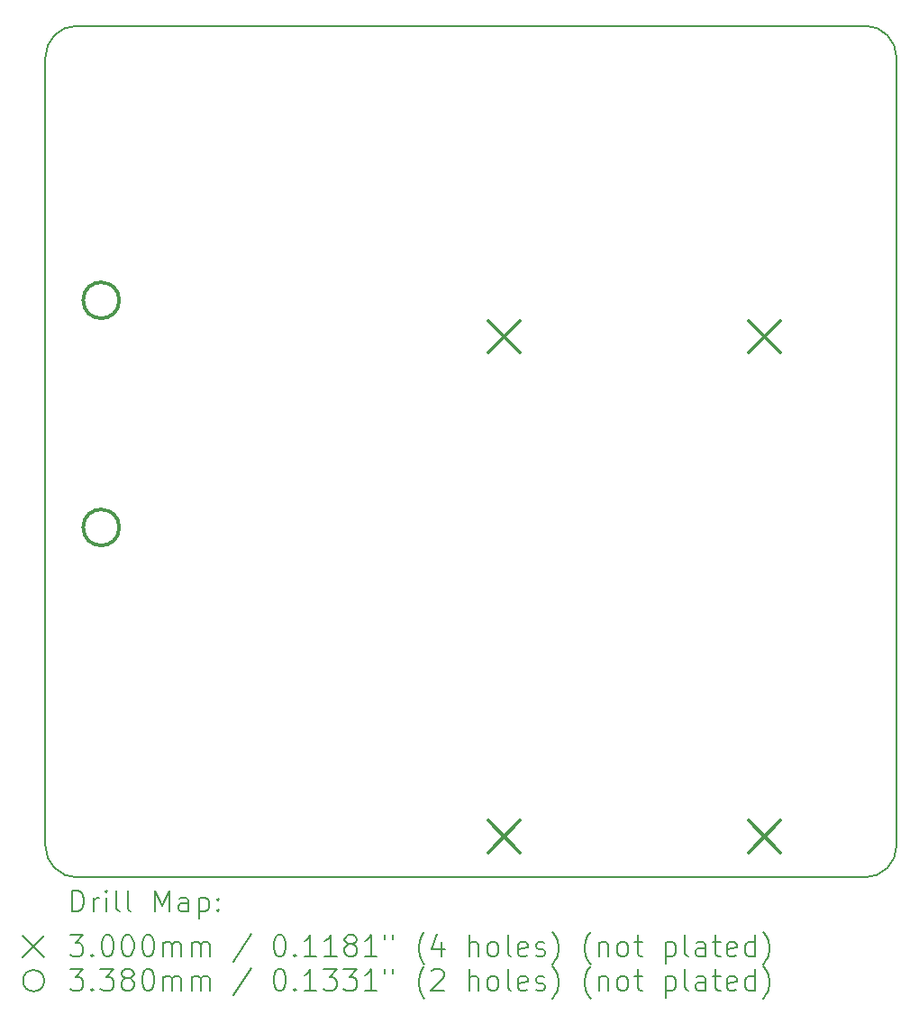
<source format=gbr>
%TF.GenerationSoftware,KiCad,Pcbnew,7.0.7*%
%TF.CreationDate,2023-11-15T18:09:00+01:00*%
%TF.ProjectId,ESP32_Weather_Servizio_Meteo_Sovramontino_v0.2,45535033-325f-4576-9561-746865725f53,rev?*%
%TF.SameCoordinates,Original*%
%TF.FileFunction,Drillmap*%
%TF.FilePolarity,Positive*%
%FSLAX45Y45*%
G04 Gerber Fmt 4.5, Leading zero omitted, Abs format (unit mm)*
G04 Created by KiCad (PCBNEW 7.0.7) date 2023-11-15 18:09:00*
%MOMM*%
%LPD*%
G01*
G04 APERTURE LIST*
%ADD10C,0.200000*%
%ADD11C,0.300000*%
%ADD12C,0.338000*%
G04 APERTURE END LIST*
D10*
X12777200Y-2383300D02*
X12777200Y-9783300D01*
X20477200Y-10083300D02*
G75*
G03*
X20777200Y-9783300I0J300000D01*
G01*
X20477200Y-2083300D02*
X13077200Y-2083300D01*
X20777200Y-9783300D02*
X20777200Y-2383300D01*
X12777200Y-9783300D02*
G75*
G03*
X13077200Y-10083300I300000J0D01*
G01*
X20777200Y-2383300D02*
G75*
G03*
X20477200Y-2083300I-300000J0D01*
G01*
X13077200Y-2083300D02*
G75*
G03*
X12777200Y-2383300I0J-300000D01*
G01*
X13077200Y-10083300D02*
X20477200Y-10083300D01*
D11*
X16936600Y-4855300D02*
X17236600Y-5155300D01*
X17236600Y-4855300D02*
X16936600Y-5155300D01*
X16936600Y-9550300D02*
X17236600Y-9850300D01*
X17236600Y-9550300D02*
X16936600Y-9850300D01*
X19387600Y-4855300D02*
X19687600Y-5155300D01*
X19687600Y-4855300D02*
X19387600Y-5155300D01*
X19387600Y-9550300D02*
X19687600Y-9850300D01*
X19687600Y-9550300D02*
X19387600Y-9850300D01*
D12*
X13470980Y-4662170D02*
G75*
G03*
X13470980Y-4662170I-169000J0D01*
G01*
X13470980Y-6795770D02*
G75*
G03*
X13470980Y-6795770I-169000J0D01*
G01*
D10*
X13027977Y-10404784D02*
X13027977Y-10204784D01*
X13027977Y-10204784D02*
X13075596Y-10204784D01*
X13075596Y-10204784D02*
X13104167Y-10214308D01*
X13104167Y-10214308D02*
X13123215Y-10233355D01*
X13123215Y-10233355D02*
X13132739Y-10252403D01*
X13132739Y-10252403D02*
X13142262Y-10290498D01*
X13142262Y-10290498D02*
X13142262Y-10319070D01*
X13142262Y-10319070D02*
X13132739Y-10357165D01*
X13132739Y-10357165D02*
X13123215Y-10376212D01*
X13123215Y-10376212D02*
X13104167Y-10395260D01*
X13104167Y-10395260D02*
X13075596Y-10404784D01*
X13075596Y-10404784D02*
X13027977Y-10404784D01*
X13227977Y-10404784D02*
X13227977Y-10271450D01*
X13227977Y-10309546D02*
X13237501Y-10290498D01*
X13237501Y-10290498D02*
X13247024Y-10280974D01*
X13247024Y-10280974D02*
X13266072Y-10271450D01*
X13266072Y-10271450D02*
X13285120Y-10271450D01*
X13351786Y-10404784D02*
X13351786Y-10271450D01*
X13351786Y-10204784D02*
X13342262Y-10214308D01*
X13342262Y-10214308D02*
X13351786Y-10223831D01*
X13351786Y-10223831D02*
X13361310Y-10214308D01*
X13361310Y-10214308D02*
X13351786Y-10204784D01*
X13351786Y-10204784D02*
X13351786Y-10223831D01*
X13475596Y-10404784D02*
X13456548Y-10395260D01*
X13456548Y-10395260D02*
X13447024Y-10376212D01*
X13447024Y-10376212D02*
X13447024Y-10204784D01*
X13580358Y-10404784D02*
X13561310Y-10395260D01*
X13561310Y-10395260D02*
X13551786Y-10376212D01*
X13551786Y-10376212D02*
X13551786Y-10204784D01*
X13808929Y-10404784D02*
X13808929Y-10204784D01*
X13808929Y-10204784D02*
X13875596Y-10347641D01*
X13875596Y-10347641D02*
X13942262Y-10204784D01*
X13942262Y-10204784D02*
X13942262Y-10404784D01*
X14123215Y-10404784D02*
X14123215Y-10300022D01*
X14123215Y-10300022D02*
X14113691Y-10280974D01*
X14113691Y-10280974D02*
X14094643Y-10271450D01*
X14094643Y-10271450D02*
X14056548Y-10271450D01*
X14056548Y-10271450D02*
X14037501Y-10280974D01*
X14123215Y-10395260D02*
X14104167Y-10404784D01*
X14104167Y-10404784D02*
X14056548Y-10404784D01*
X14056548Y-10404784D02*
X14037501Y-10395260D01*
X14037501Y-10395260D02*
X14027977Y-10376212D01*
X14027977Y-10376212D02*
X14027977Y-10357165D01*
X14027977Y-10357165D02*
X14037501Y-10338117D01*
X14037501Y-10338117D02*
X14056548Y-10328593D01*
X14056548Y-10328593D02*
X14104167Y-10328593D01*
X14104167Y-10328593D02*
X14123215Y-10319070D01*
X14218453Y-10271450D02*
X14218453Y-10471450D01*
X14218453Y-10280974D02*
X14237501Y-10271450D01*
X14237501Y-10271450D02*
X14275596Y-10271450D01*
X14275596Y-10271450D02*
X14294643Y-10280974D01*
X14294643Y-10280974D02*
X14304167Y-10290498D01*
X14304167Y-10290498D02*
X14313691Y-10309546D01*
X14313691Y-10309546D02*
X14313691Y-10366689D01*
X14313691Y-10366689D02*
X14304167Y-10385736D01*
X14304167Y-10385736D02*
X14294643Y-10395260D01*
X14294643Y-10395260D02*
X14275596Y-10404784D01*
X14275596Y-10404784D02*
X14237501Y-10404784D01*
X14237501Y-10404784D02*
X14218453Y-10395260D01*
X14399405Y-10385736D02*
X14408929Y-10395260D01*
X14408929Y-10395260D02*
X14399405Y-10404784D01*
X14399405Y-10404784D02*
X14389882Y-10395260D01*
X14389882Y-10395260D02*
X14399405Y-10385736D01*
X14399405Y-10385736D02*
X14399405Y-10404784D01*
X14399405Y-10280974D02*
X14408929Y-10290498D01*
X14408929Y-10290498D02*
X14399405Y-10300022D01*
X14399405Y-10300022D02*
X14389882Y-10290498D01*
X14389882Y-10290498D02*
X14399405Y-10280974D01*
X14399405Y-10280974D02*
X14399405Y-10300022D01*
X12567200Y-10633300D02*
X12767200Y-10833300D01*
X12767200Y-10633300D02*
X12567200Y-10833300D01*
X13008929Y-10624784D02*
X13132739Y-10624784D01*
X13132739Y-10624784D02*
X13066072Y-10700974D01*
X13066072Y-10700974D02*
X13094643Y-10700974D01*
X13094643Y-10700974D02*
X13113691Y-10710498D01*
X13113691Y-10710498D02*
X13123215Y-10720022D01*
X13123215Y-10720022D02*
X13132739Y-10739070D01*
X13132739Y-10739070D02*
X13132739Y-10786689D01*
X13132739Y-10786689D02*
X13123215Y-10805736D01*
X13123215Y-10805736D02*
X13113691Y-10815260D01*
X13113691Y-10815260D02*
X13094643Y-10824784D01*
X13094643Y-10824784D02*
X13037501Y-10824784D01*
X13037501Y-10824784D02*
X13018453Y-10815260D01*
X13018453Y-10815260D02*
X13008929Y-10805736D01*
X13218453Y-10805736D02*
X13227977Y-10815260D01*
X13227977Y-10815260D02*
X13218453Y-10824784D01*
X13218453Y-10824784D02*
X13208929Y-10815260D01*
X13208929Y-10815260D02*
X13218453Y-10805736D01*
X13218453Y-10805736D02*
X13218453Y-10824784D01*
X13351786Y-10624784D02*
X13370834Y-10624784D01*
X13370834Y-10624784D02*
X13389882Y-10634308D01*
X13389882Y-10634308D02*
X13399405Y-10643831D01*
X13399405Y-10643831D02*
X13408929Y-10662879D01*
X13408929Y-10662879D02*
X13418453Y-10700974D01*
X13418453Y-10700974D02*
X13418453Y-10748593D01*
X13418453Y-10748593D02*
X13408929Y-10786689D01*
X13408929Y-10786689D02*
X13399405Y-10805736D01*
X13399405Y-10805736D02*
X13389882Y-10815260D01*
X13389882Y-10815260D02*
X13370834Y-10824784D01*
X13370834Y-10824784D02*
X13351786Y-10824784D01*
X13351786Y-10824784D02*
X13332739Y-10815260D01*
X13332739Y-10815260D02*
X13323215Y-10805736D01*
X13323215Y-10805736D02*
X13313691Y-10786689D01*
X13313691Y-10786689D02*
X13304167Y-10748593D01*
X13304167Y-10748593D02*
X13304167Y-10700974D01*
X13304167Y-10700974D02*
X13313691Y-10662879D01*
X13313691Y-10662879D02*
X13323215Y-10643831D01*
X13323215Y-10643831D02*
X13332739Y-10634308D01*
X13332739Y-10634308D02*
X13351786Y-10624784D01*
X13542262Y-10624784D02*
X13561310Y-10624784D01*
X13561310Y-10624784D02*
X13580358Y-10634308D01*
X13580358Y-10634308D02*
X13589882Y-10643831D01*
X13589882Y-10643831D02*
X13599405Y-10662879D01*
X13599405Y-10662879D02*
X13608929Y-10700974D01*
X13608929Y-10700974D02*
X13608929Y-10748593D01*
X13608929Y-10748593D02*
X13599405Y-10786689D01*
X13599405Y-10786689D02*
X13589882Y-10805736D01*
X13589882Y-10805736D02*
X13580358Y-10815260D01*
X13580358Y-10815260D02*
X13561310Y-10824784D01*
X13561310Y-10824784D02*
X13542262Y-10824784D01*
X13542262Y-10824784D02*
X13523215Y-10815260D01*
X13523215Y-10815260D02*
X13513691Y-10805736D01*
X13513691Y-10805736D02*
X13504167Y-10786689D01*
X13504167Y-10786689D02*
X13494643Y-10748593D01*
X13494643Y-10748593D02*
X13494643Y-10700974D01*
X13494643Y-10700974D02*
X13504167Y-10662879D01*
X13504167Y-10662879D02*
X13513691Y-10643831D01*
X13513691Y-10643831D02*
X13523215Y-10634308D01*
X13523215Y-10634308D02*
X13542262Y-10624784D01*
X13732739Y-10624784D02*
X13751786Y-10624784D01*
X13751786Y-10624784D02*
X13770834Y-10634308D01*
X13770834Y-10634308D02*
X13780358Y-10643831D01*
X13780358Y-10643831D02*
X13789882Y-10662879D01*
X13789882Y-10662879D02*
X13799405Y-10700974D01*
X13799405Y-10700974D02*
X13799405Y-10748593D01*
X13799405Y-10748593D02*
X13789882Y-10786689D01*
X13789882Y-10786689D02*
X13780358Y-10805736D01*
X13780358Y-10805736D02*
X13770834Y-10815260D01*
X13770834Y-10815260D02*
X13751786Y-10824784D01*
X13751786Y-10824784D02*
X13732739Y-10824784D01*
X13732739Y-10824784D02*
X13713691Y-10815260D01*
X13713691Y-10815260D02*
X13704167Y-10805736D01*
X13704167Y-10805736D02*
X13694643Y-10786689D01*
X13694643Y-10786689D02*
X13685120Y-10748593D01*
X13685120Y-10748593D02*
X13685120Y-10700974D01*
X13685120Y-10700974D02*
X13694643Y-10662879D01*
X13694643Y-10662879D02*
X13704167Y-10643831D01*
X13704167Y-10643831D02*
X13713691Y-10634308D01*
X13713691Y-10634308D02*
X13732739Y-10624784D01*
X13885120Y-10824784D02*
X13885120Y-10691450D01*
X13885120Y-10710498D02*
X13894643Y-10700974D01*
X13894643Y-10700974D02*
X13913691Y-10691450D01*
X13913691Y-10691450D02*
X13942263Y-10691450D01*
X13942263Y-10691450D02*
X13961310Y-10700974D01*
X13961310Y-10700974D02*
X13970834Y-10720022D01*
X13970834Y-10720022D02*
X13970834Y-10824784D01*
X13970834Y-10720022D02*
X13980358Y-10700974D01*
X13980358Y-10700974D02*
X13999405Y-10691450D01*
X13999405Y-10691450D02*
X14027977Y-10691450D01*
X14027977Y-10691450D02*
X14047024Y-10700974D01*
X14047024Y-10700974D02*
X14056548Y-10720022D01*
X14056548Y-10720022D02*
X14056548Y-10824784D01*
X14151786Y-10824784D02*
X14151786Y-10691450D01*
X14151786Y-10710498D02*
X14161310Y-10700974D01*
X14161310Y-10700974D02*
X14180358Y-10691450D01*
X14180358Y-10691450D02*
X14208929Y-10691450D01*
X14208929Y-10691450D02*
X14227977Y-10700974D01*
X14227977Y-10700974D02*
X14237501Y-10720022D01*
X14237501Y-10720022D02*
X14237501Y-10824784D01*
X14237501Y-10720022D02*
X14247024Y-10700974D01*
X14247024Y-10700974D02*
X14266072Y-10691450D01*
X14266072Y-10691450D02*
X14294643Y-10691450D01*
X14294643Y-10691450D02*
X14313691Y-10700974D01*
X14313691Y-10700974D02*
X14323215Y-10720022D01*
X14323215Y-10720022D02*
X14323215Y-10824784D01*
X14713691Y-10615260D02*
X14542263Y-10872403D01*
X14970834Y-10624784D02*
X14989882Y-10624784D01*
X14989882Y-10624784D02*
X15008929Y-10634308D01*
X15008929Y-10634308D02*
X15018453Y-10643831D01*
X15018453Y-10643831D02*
X15027977Y-10662879D01*
X15027977Y-10662879D02*
X15037501Y-10700974D01*
X15037501Y-10700974D02*
X15037501Y-10748593D01*
X15037501Y-10748593D02*
X15027977Y-10786689D01*
X15027977Y-10786689D02*
X15018453Y-10805736D01*
X15018453Y-10805736D02*
X15008929Y-10815260D01*
X15008929Y-10815260D02*
X14989882Y-10824784D01*
X14989882Y-10824784D02*
X14970834Y-10824784D01*
X14970834Y-10824784D02*
X14951786Y-10815260D01*
X14951786Y-10815260D02*
X14942263Y-10805736D01*
X14942263Y-10805736D02*
X14932739Y-10786689D01*
X14932739Y-10786689D02*
X14923215Y-10748593D01*
X14923215Y-10748593D02*
X14923215Y-10700974D01*
X14923215Y-10700974D02*
X14932739Y-10662879D01*
X14932739Y-10662879D02*
X14942263Y-10643831D01*
X14942263Y-10643831D02*
X14951786Y-10634308D01*
X14951786Y-10634308D02*
X14970834Y-10624784D01*
X15123215Y-10805736D02*
X15132739Y-10815260D01*
X15132739Y-10815260D02*
X15123215Y-10824784D01*
X15123215Y-10824784D02*
X15113691Y-10815260D01*
X15113691Y-10815260D02*
X15123215Y-10805736D01*
X15123215Y-10805736D02*
X15123215Y-10824784D01*
X15323215Y-10824784D02*
X15208929Y-10824784D01*
X15266072Y-10824784D02*
X15266072Y-10624784D01*
X15266072Y-10624784D02*
X15247025Y-10653355D01*
X15247025Y-10653355D02*
X15227977Y-10672403D01*
X15227977Y-10672403D02*
X15208929Y-10681927D01*
X15513691Y-10824784D02*
X15399406Y-10824784D01*
X15456548Y-10824784D02*
X15456548Y-10624784D01*
X15456548Y-10624784D02*
X15437501Y-10653355D01*
X15437501Y-10653355D02*
X15418453Y-10672403D01*
X15418453Y-10672403D02*
X15399406Y-10681927D01*
X15627977Y-10710498D02*
X15608929Y-10700974D01*
X15608929Y-10700974D02*
X15599406Y-10691450D01*
X15599406Y-10691450D02*
X15589882Y-10672403D01*
X15589882Y-10672403D02*
X15589882Y-10662879D01*
X15589882Y-10662879D02*
X15599406Y-10643831D01*
X15599406Y-10643831D02*
X15608929Y-10634308D01*
X15608929Y-10634308D02*
X15627977Y-10624784D01*
X15627977Y-10624784D02*
X15666072Y-10624784D01*
X15666072Y-10624784D02*
X15685120Y-10634308D01*
X15685120Y-10634308D02*
X15694644Y-10643831D01*
X15694644Y-10643831D02*
X15704167Y-10662879D01*
X15704167Y-10662879D02*
X15704167Y-10672403D01*
X15704167Y-10672403D02*
X15694644Y-10691450D01*
X15694644Y-10691450D02*
X15685120Y-10700974D01*
X15685120Y-10700974D02*
X15666072Y-10710498D01*
X15666072Y-10710498D02*
X15627977Y-10710498D01*
X15627977Y-10710498D02*
X15608929Y-10720022D01*
X15608929Y-10720022D02*
X15599406Y-10729546D01*
X15599406Y-10729546D02*
X15589882Y-10748593D01*
X15589882Y-10748593D02*
X15589882Y-10786689D01*
X15589882Y-10786689D02*
X15599406Y-10805736D01*
X15599406Y-10805736D02*
X15608929Y-10815260D01*
X15608929Y-10815260D02*
X15627977Y-10824784D01*
X15627977Y-10824784D02*
X15666072Y-10824784D01*
X15666072Y-10824784D02*
X15685120Y-10815260D01*
X15685120Y-10815260D02*
X15694644Y-10805736D01*
X15694644Y-10805736D02*
X15704167Y-10786689D01*
X15704167Y-10786689D02*
X15704167Y-10748593D01*
X15704167Y-10748593D02*
X15694644Y-10729546D01*
X15694644Y-10729546D02*
X15685120Y-10720022D01*
X15685120Y-10720022D02*
X15666072Y-10710498D01*
X15894644Y-10824784D02*
X15780358Y-10824784D01*
X15837501Y-10824784D02*
X15837501Y-10624784D01*
X15837501Y-10624784D02*
X15818453Y-10653355D01*
X15818453Y-10653355D02*
X15799406Y-10672403D01*
X15799406Y-10672403D02*
X15780358Y-10681927D01*
X15970834Y-10624784D02*
X15970834Y-10662879D01*
X16047025Y-10624784D02*
X16047025Y-10662879D01*
X16342263Y-10900974D02*
X16332739Y-10891450D01*
X16332739Y-10891450D02*
X16313691Y-10862879D01*
X16313691Y-10862879D02*
X16304168Y-10843831D01*
X16304168Y-10843831D02*
X16294644Y-10815260D01*
X16294644Y-10815260D02*
X16285120Y-10767641D01*
X16285120Y-10767641D02*
X16285120Y-10729546D01*
X16285120Y-10729546D02*
X16294644Y-10681927D01*
X16294644Y-10681927D02*
X16304168Y-10653355D01*
X16304168Y-10653355D02*
X16313691Y-10634308D01*
X16313691Y-10634308D02*
X16332739Y-10605736D01*
X16332739Y-10605736D02*
X16342263Y-10596212D01*
X16504168Y-10691450D02*
X16504168Y-10824784D01*
X16456548Y-10615260D02*
X16408929Y-10758117D01*
X16408929Y-10758117D02*
X16532739Y-10758117D01*
X16761310Y-10824784D02*
X16761310Y-10624784D01*
X16847025Y-10824784D02*
X16847025Y-10720022D01*
X16847025Y-10720022D02*
X16837501Y-10700974D01*
X16837501Y-10700974D02*
X16818453Y-10691450D01*
X16818453Y-10691450D02*
X16789882Y-10691450D01*
X16789882Y-10691450D02*
X16770834Y-10700974D01*
X16770834Y-10700974D02*
X16761310Y-10710498D01*
X16970834Y-10824784D02*
X16951787Y-10815260D01*
X16951787Y-10815260D02*
X16942263Y-10805736D01*
X16942263Y-10805736D02*
X16932739Y-10786689D01*
X16932739Y-10786689D02*
X16932739Y-10729546D01*
X16932739Y-10729546D02*
X16942263Y-10710498D01*
X16942263Y-10710498D02*
X16951787Y-10700974D01*
X16951787Y-10700974D02*
X16970834Y-10691450D01*
X16970834Y-10691450D02*
X16999406Y-10691450D01*
X16999406Y-10691450D02*
X17018453Y-10700974D01*
X17018453Y-10700974D02*
X17027977Y-10710498D01*
X17027977Y-10710498D02*
X17037501Y-10729546D01*
X17037501Y-10729546D02*
X17037501Y-10786689D01*
X17037501Y-10786689D02*
X17027977Y-10805736D01*
X17027977Y-10805736D02*
X17018453Y-10815260D01*
X17018453Y-10815260D02*
X16999406Y-10824784D01*
X16999406Y-10824784D02*
X16970834Y-10824784D01*
X17151787Y-10824784D02*
X17132739Y-10815260D01*
X17132739Y-10815260D02*
X17123215Y-10796212D01*
X17123215Y-10796212D02*
X17123215Y-10624784D01*
X17304168Y-10815260D02*
X17285120Y-10824784D01*
X17285120Y-10824784D02*
X17247025Y-10824784D01*
X17247025Y-10824784D02*
X17227977Y-10815260D01*
X17227977Y-10815260D02*
X17218453Y-10796212D01*
X17218453Y-10796212D02*
X17218453Y-10720022D01*
X17218453Y-10720022D02*
X17227977Y-10700974D01*
X17227977Y-10700974D02*
X17247025Y-10691450D01*
X17247025Y-10691450D02*
X17285120Y-10691450D01*
X17285120Y-10691450D02*
X17304168Y-10700974D01*
X17304168Y-10700974D02*
X17313692Y-10720022D01*
X17313692Y-10720022D02*
X17313692Y-10739070D01*
X17313692Y-10739070D02*
X17218453Y-10758117D01*
X17389882Y-10815260D02*
X17408930Y-10824784D01*
X17408930Y-10824784D02*
X17447025Y-10824784D01*
X17447025Y-10824784D02*
X17466073Y-10815260D01*
X17466073Y-10815260D02*
X17475596Y-10796212D01*
X17475596Y-10796212D02*
X17475596Y-10786689D01*
X17475596Y-10786689D02*
X17466073Y-10767641D01*
X17466073Y-10767641D02*
X17447025Y-10758117D01*
X17447025Y-10758117D02*
X17418453Y-10758117D01*
X17418453Y-10758117D02*
X17399406Y-10748593D01*
X17399406Y-10748593D02*
X17389882Y-10729546D01*
X17389882Y-10729546D02*
X17389882Y-10720022D01*
X17389882Y-10720022D02*
X17399406Y-10700974D01*
X17399406Y-10700974D02*
X17418453Y-10691450D01*
X17418453Y-10691450D02*
X17447025Y-10691450D01*
X17447025Y-10691450D02*
X17466073Y-10700974D01*
X17542263Y-10900974D02*
X17551787Y-10891450D01*
X17551787Y-10891450D02*
X17570834Y-10862879D01*
X17570834Y-10862879D02*
X17580358Y-10843831D01*
X17580358Y-10843831D02*
X17589882Y-10815260D01*
X17589882Y-10815260D02*
X17599406Y-10767641D01*
X17599406Y-10767641D02*
X17599406Y-10729546D01*
X17599406Y-10729546D02*
X17589882Y-10681927D01*
X17589882Y-10681927D02*
X17580358Y-10653355D01*
X17580358Y-10653355D02*
X17570834Y-10634308D01*
X17570834Y-10634308D02*
X17551787Y-10605736D01*
X17551787Y-10605736D02*
X17542263Y-10596212D01*
X17904168Y-10900974D02*
X17894644Y-10891450D01*
X17894644Y-10891450D02*
X17875596Y-10862879D01*
X17875596Y-10862879D02*
X17866073Y-10843831D01*
X17866073Y-10843831D02*
X17856549Y-10815260D01*
X17856549Y-10815260D02*
X17847025Y-10767641D01*
X17847025Y-10767641D02*
X17847025Y-10729546D01*
X17847025Y-10729546D02*
X17856549Y-10681927D01*
X17856549Y-10681927D02*
X17866073Y-10653355D01*
X17866073Y-10653355D02*
X17875596Y-10634308D01*
X17875596Y-10634308D02*
X17894644Y-10605736D01*
X17894644Y-10605736D02*
X17904168Y-10596212D01*
X17980358Y-10691450D02*
X17980358Y-10824784D01*
X17980358Y-10710498D02*
X17989882Y-10700974D01*
X17989882Y-10700974D02*
X18008930Y-10691450D01*
X18008930Y-10691450D02*
X18037501Y-10691450D01*
X18037501Y-10691450D02*
X18056549Y-10700974D01*
X18056549Y-10700974D02*
X18066073Y-10720022D01*
X18066073Y-10720022D02*
X18066073Y-10824784D01*
X18189882Y-10824784D02*
X18170834Y-10815260D01*
X18170834Y-10815260D02*
X18161311Y-10805736D01*
X18161311Y-10805736D02*
X18151787Y-10786689D01*
X18151787Y-10786689D02*
X18151787Y-10729546D01*
X18151787Y-10729546D02*
X18161311Y-10710498D01*
X18161311Y-10710498D02*
X18170834Y-10700974D01*
X18170834Y-10700974D02*
X18189882Y-10691450D01*
X18189882Y-10691450D02*
X18218454Y-10691450D01*
X18218454Y-10691450D02*
X18237501Y-10700974D01*
X18237501Y-10700974D02*
X18247025Y-10710498D01*
X18247025Y-10710498D02*
X18256549Y-10729546D01*
X18256549Y-10729546D02*
X18256549Y-10786689D01*
X18256549Y-10786689D02*
X18247025Y-10805736D01*
X18247025Y-10805736D02*
X18237501Y-10815260D01*
X18237501Y-10815260D02*
X18218454Y-10824784D01*
X18218454Y-10824784D02*
X18189882Y-10824784D01*
X18313692Y-10691450D02*
X18389882Y-10691450D01*
X18342263Y-10624784D02*
X18342263Y-10796212D01*
X18342263Y-10796212D02*
X18351787Y-10815260D01*
X18351787Y-10815260D02*
X18370834Y-10824784D01*
X18370834Y-10824784D02*
X18389882Y-10824784D01*
X18608930Y-10691450D02*
X18608930Y-10891450D01*
X18608930Y-10700974D02*
X18627977Y-10691450D01*
X18627977Y-10691450D02*
X18666073Y-10691450D01*
X18666073Y-10691450D02*
X18685120Y-10700974D01*
X18685120Y-10700974D02*
X18694644Y-10710498D01*
X18694644Y-10710498D02*
X18704168Y-10729546D01*
X18704168Y-10729546D02*
X18704168Y-10786689D01*
X18704168Y-10786689D02*
X18694644Y-10805736D01*
X18694644Y-10805736D02*
X18685120Y-10815260D01*
X18685120Y-10815260D02*
X18666073Y-10824784D01*
X18666073Y-10824784D02*
X18627977Y-10824784D01*
X18627977Y-10824784D02*
X18608930Y-10815260D01*
X18818454Y-10824784D02*
X18799406Y-10815260D01*
X18799406Y-10815260D02*
X18789882Y-10796212D01*
X18789882Y-10796212D02*
X18789882Y-10624784D01*
X18980358Y-10824784D02*
X18980358Y-10720022D01*
X18980358Y-10720022D02*
X18970835Y-10700974D01*
X18970835Y-10700974D02*
X18951787Y-10691450D01*
X18951787Y-10691450D02*
X18913692Y-10691450D01*
X18913692Y-10691450D02*
X18894644Y-10700974D01*
X18980358Y-10815260D02*
X18961311Y-10824784D01*
X18961311Y-10824784D02*
X18913692Y-10824784D01*
X18913692Y-10824784D02*
X18894644Y-10815260D01*
X18894644Y-10815260D02*
X18885120Y-10796212D01*
X18885120Y-10796212D02*
X18885120Y-10777165D01*
X18885120Y-10777165D02*
X18894644Y-10758117D01*
X18894644Y-10758117D02*
X18913692Y-10748593D01*
X18913692Y-10748593D02*
X18961311Y-10748593D01*
X18961311Y-10748593D02*
X18980358Y-10739070D01*
X19047025Y-10691450D02*
X19123215Y-10691450D01*
X19075596Y-10624784D02*
X19075596Y-10796212D01*
X19075596Y-10796212D02*
X19085120Y-10815260D01*
X19085120Y-10815260D02*
X19104168Y-10824784D01*
X19104168Y-10824784D02*
X19123215Y-10824784D01*
X19266073Y-10815260D02*
X19247025Y-10824784D01*
X19247025Y-10824784D02*
X19208930Y-10824784D01*
X19208930Y-10824784D02*
X19189882Y-10815260D01*
X19189882Y-10815260D02*
X19180358Y-10796212D01*
X19180358Y-10796212D02*
X19180358Y-10720022D01*
X19180358Y-10720022D02*
X19189882Y-10700974D01*
X19189882Y-10700974D02*
X19208930Y-10691450D01*
X19208930Y-10691450D02*
X19247025Y-10691450D01*
X19247025Y-10691450D02*
X19266073Y-10700974D01*
X19266073Y-10700974D02*
X19275596Y-10720022D01*
X19275596Y-10720022D02*
X19275596Y-10739070D01*
X19275596Y-10739070D02*
X19180358Y-10758117D01*
X19447025Y-10824784D02*
X19447025Y-10624784D01*
X19447025Y-10815260D02*
X19427977Y-10824784D01*
X19427977Y-10824784D02*
X19389882Y-10824784D01*
X19389882Y-10824784D02*
X19370835Y-10815260D01*
X19370835Y-10815260D02*
X19361311Y-10805736D01*
X19361311Y-10805736D02*
X19351787Y-10786689D01*
X19351787Y-10786689D02*
X19351787Y-10729546D01*
X19351787Y-10729546D02*
X19361311Y-10710498D01*
X19361311Y-10710498D02*
X19370835Y-10700974D01*
X19370835Y-10700974D02*
X19389882Y-10691450D01*
X19389882Y-10691450D02*
X19427977Y-10691450D01*
X19427977Y-10691450D02*
X19447025Y-10700974D01*
X19523216Y-10900974D02*
X19532739Y-10891450D01*
X19532739Y-10891450D02*
X19551787Y-10862879D01*
X19551787Y-10862879D02*
X19561311Y-10843831D01*
X19561311Y-10843831D02*
X19570835Y-10815260D01*
X19570835Y-10815260D02*
X19580358Y-10767641D01*
X19580358Y-10767641D02*
X19580358Y-10729546D01*
X19580358Y-10729546D02*
X19570835Y-10681927D01*
X19570835Y-10681927D02*
X19561311Y-10653355D01*
X19561311Y-10653355D02*
X19551787Y-10634308D01*
X19551787Y-10634308D02*
X19532739Y-10605736D01*
X19532739Y-10605736D02*
X19523216Y-10596212D01*
X12767200Y-11053300D02*
G75*
G03*
X12767200Y-11053300I-100000J0D01*
G01*
X13008929Y-10944784D02*
X13132739Y-10944784D01*
X13132739Y-10944784D02*
X13066072Y-11020974D01*
X13066072Y-11020974D02*
X13094643Y-11020974D01*
X13094643Y-11020974D02*
X13113691Y-11030498D01*
X13113691Y-11030498D02*
X13123215Y-11040022D01*
X13123215Y-11040022D02*
X13132739Y-11059070D01*
X13132739Y-11059070D02*
X13132739Y-11106689D01*
X13132739Y-11106689D02*
X13123215Y-11125736D01*
X13123215Y-11125736D02*
X13113691Y-11135260D01*
X13113691Y-11135260D02*
X13094643Y-11144784D01*
X13094643Y-11144784D02*
X13037501Y-11144784D01*
X13037501Y-11144784D02*
X13018453Y-11135260D01*
X13018453Y-11135260D02*
X13008929Y-11125736D01*
X13218453Y-11125736D02*
X13227977Y-11135260D01*
X13227977Y-11135260D02*
X13218453Y-11144784D01*
X13218453Y-11144784D02*
X13208929Y-11135260D01*
X13208929Y-11135260D02*
X13218453Y-11125736D01*
X13218453Y-11125736D02*
X13218453Y-11144784D01*
X13294643Y-10944784D02*
X13418453Y-10944784D01*
X13418453Y-10944784D02*
X13351786Y-11020974D01*
X13351786Y-11020974D02*
X13380358Y-11020974D01*
X13380358Y-11020974D02*
X13399405Y-11030498D01*
X13399405Y-11030498D02*
X13408929Y-11040022D01*
X13408929Y-11040022D02*
X13418453Y-11059070D01*
X13418453Y-11059070D02*
X13418453Y-11106689D01*
X13418453Y-11106689D02*
X13408929Y-11125736D01*
X13408929Y-11125736D02*
X13399405Y-11135260D01*
X13399405Y-11135260D02*
X13380358Y-11144784D01*
X13380358Y-11144784D02*
X13323215Y-11144784D01*
X13323215Y-11144784D02*
X13304167Y-11135260D01*
X13304167Y-11135260D02*
X13294643Y-11125736D01*
X13532739Y-11030498D02*
X13513691Y-11020974D01*
X13513691Y-11020974D02*
X13504167Y-11011450D01*
X13504167Y-11011450D02*
X13494643Y-10992403D01*
X13494643Y-10992403D02*
X13494643Y-10982879D01*
X13494643Y-10982879D02*
X13504167Y-10963831D01*
X13504167Y-10963831D02*
X13513691Y-10954308D01*
X13513691Y-10954308D02*
X13532739Y-10944784D01*
X13532739Y-10944784D02*
X13570834Y-10944784D01*
X13570834Y-10944784D02*
X13589882Y-10954308D01*
X13589882Y-10954308D02*
X13599405Y-10963831D01*
X13599405Y-10963831D02*
X13608929Y-10982879D01*
X13608929Y-10982879D02*
X13608929Y-10992403D01*
X13608929Y-10992403D02*
X13599405Y-11011450D01*
X13599405Y-11011450D02*
X13589882Y-11020974D01*
X13589882Y-11020974D02*
X13570834Y-11030498D01*
X13570834Y-11030498D02*
X13532739Y-11030498D01*
X13532739Y-11030498D02*
X13513691Y-11040022D01*
X13513691Y-11040022D02*
X13504167Y-11049546D01*
X13504167Y-11049546D02*
X13494643Y-11068593D01*
X13494643Y-11068593D02*
X13494643Y-11106689D01*
X13494643Y-11106689D02*
X13504167Y-11125736D01*
X13504167Y-11125736D02*
X13513691Y-11135260D01*
X13513691Y-11135260D02*
X13532739Y-11144784D01*
X13532739Y-11144784D02*
X13570834Y-11144784D01*
X13570834Y-11144784D02*
X13589882Y-11135260D01*
X13589882Y-11135260D02*
X13599405Y-11125736D01*
X13599405Y-11125736D02*
X13608929Y-11106689D01*
X13608929Y-11106689D02*
X13608929Y-11068593D01*
X13608929Y-11068593D02*
X13599405Y-11049546D01*
X13599405Y-11049546D02*
X13589882Y-11040022D01*
X13589882Y-11040022D02*
X13570834Y-11030498D01*
X13732739Y-10944784D02*
X13751786Y-10944784D01*
X13751786Y-10944784D02*
X13770834Y-10954308D01*
X13770834Y-10954308D02*
X13780358Y-10963831D01*
X13780358Y-10963831D02*
X13789882Y-10982879D01*
X13789882Y-10982879D02*
X13799405Y-11020974D01*
X13799405Y-11020974D02*
X13799405Y-11068593D01*
X13799405Y-11068593D02*
X13789882Y-11106689D01*
X13789882Y-11106689D02*
X13780358Y-11125736D01*
X13780358Y-11125736D02*
X13770834Y-11135260D01*
X13770834Y-11135260D02*
X13751786Y-11144784D01*
X13751786Y-11144784D02*
X13732739Y-11144784D01*
X13732739Y-11144784D02*
X13713691Y-11135260D01*
X13713691Y-11135260D02*
X13704167Y-11125736D01*
X13704167Y-11125736D02*
X13694643Y-11106689D01*
X13694643Y-11106689D02*
X13685120Y-11068593D01*
X13685120Y-11068593D02*
X13685120Y-11020974D01*
X13685120Y-11020974D02*
X13694643Y-10982879D01*
X13694643Y-10982879D02*
X13704167Y-10963831D01*
X13704167Y-10963831D02*
X13713691Y-10954308D01*
X13713691Y-10954308D02*
X13732739Y-10944784D01*
X13885120Y-11144784D02*
X13885120Y-11011450D01*
X13885120Y-11030498D02*
X13894643Y-11020974D01*
X13894643Y-11020974D02*
X13913691Y-11011450D01*
X13913691Y-11011450D02*
X13942263Y-11011450D01*
X13942263Y-11011450D02*
X13961310Y-11020974D01*
X13961310Y-11020974D02*
X13970834Y-11040022D01*
X13970834Y-11040022D02*
X13970834Y-11144784D01*
X13970834Y-11040022D02*
X13980358Y-11020974D01*
X13980358Y-11020974D02*
X13999405Y-11011450D01*
X13999405Y-11011450D02*
X14027977Y-11011450D01*
X14027977Y-11011450D02*
X14047024Y-11020974D01*
X14047024Y-11020974D02*
X14056548Y-11040022D01*
X14056548Y-11040022D02*
X14056548Y-11144784D01*
X14151786Y-11144784D02*
X14151786Y-11011450D01*
X14151786Y-11030498D02*
X14161310Y-11020974D01*
X14161310Y-11020974D02*
X14180358Y-11011450D01*
X14180358Y-11011450D02*
X14208929Y-11011450D01*
X14208929Y-11011450D02*
X14227977Y-11020974D01*
X14227977Y-11020974D02*
X14237501Y-11040022D01*
X14237501Y-11040022D02*
X14237501Y-11144784D01*
X14237501Y-11040022D02*
X14247024Y-11020974D01*
X14247024Y-11020974D02*
X14266072Y-11011450D01*
X14266072Y-11011450D02*
X14294643Y-11011450D01*
X14294643Y-11011450D02*
X14313691Y-11020974D01*
X14313691Y-11020974D02*
X14323215Y-11040022D01*
X14323215Y-11040022D02*
X14323215Y-11144784D01*
X14713691Y-10935260D02*
X14542263Y-11192403D01*
X14970834Y-10944784D02*
X14989882Y-10944784D01*
X14989882Y-10944784D02*
X15008929Y-10954308D01*
X15008929Y-10954308D02*
X15018453Y-10963831D01*
X15018453Y-10963831D02*
X15027977Y-10982879D01*
X15027977Y-10982879D02*
X15037501Y-11020974D01*
X15037501Y-11020974D02*
X15037501Y-11068593D01*
X15037501Y-11068593D02*
X15027977Y-11106689D01*
X15027977Y-11106689D02*
X15018453Y-11125736D01*
X15018453Y-11125736D02*
X15008929Y-11135260D01*
X15008929Y-11135260D02*
X14989882Y-11144784D01*
X14989882Y-11144784D02*
X14970834Y-11144784D01*
X14970834Y-11144784D02*
X14951786Y-11135260D01*
X14951786Y-11135260D02*
X14942263Y-11125736D01*
X14942263Y-11125736D02*
X14932739Y-11106689D01*
X14932739Y-11106689D02*
X14923215Y-11068593D01*
X14923215Y-11068593D02*
X14923215Y-11020974D01*
X14923215Y-11020974D02*
X14932739Y-10982879D01*
X14932739Y-10982879D02*
X14942263Y-10963831D01*
X14942263Y-10963831D02*
X14951786Y-10954308D01*
X14951786Y-10954308D02*
X14970834Y-10944784D01*
X15123215Y-11125736D02*
X15132739Y-11135260D01*
X15132739Y-11135260D02*
X15123215Y-11144784D01*
X15123215Y-11144784D02*
X15113691Y-11135260D01*
X15113691Y-11135260D02*
X15123215Y-11125736D01*
X15123215Y-11125736D02*
X15123215Y-11144784D01*
X15323215Y-11144784D02*
X15208929Y-11144784D01*
X15266072Y-11144784D02*
X15266072Y-10944784D01*
X15266072Y-10944784D02*
X15247025Y-10973355D01*
X15247025Y-10973355D02*
X15227977Y-10992403D01*
X15227977Y-10992403D02*
X15208929Y-11001927D01*
X15389882Y-10944784D02*
X15513691Y-10944784D01*
X15513691Y-10944784D02*
X15447025Y-11020974D01*
X15447025Y-11020974D02*
X15475596Y-11020974D01*
X15475596Y-11020974D02*
X15494644Y-11030498D01*
X15494644Y-11030498D02*
X15504167Y-11040022D01*
X15504167Y-11040022D02*
X15513691Y-11059070D01*
X15513691Y-11059070D02*
X15513691Y-11106689D01*
X15513691Y-11106689D02*
X15504167Y-11125736D01*
X15504167Y-11125736D02*
X15494644Y-11135260D01*
X15494644Y-11135260D02*
X15475596Y-11144784D01*
X15475596Y-11144784D02*
X15418453Y-11144784D01*
X15418453Y-11144784D02*
X15399406Y-11135260D01*
X15399406Y-11135260D02*
X15389882Y-11125736D01*
X15580358Y-10944784D02*
X15704167Y-10944784D01*
X15704167Y-10944784D02*
X15637501Y-11020974D01*
X15637501Y-11020974D02*
X15666072Y-11020974D01*
X15666072Y-11020974D02*
X15685120Y-11030498D01*
X15685120Y-11030498D02*
X15694644Y-11040022D01*
X15694644Y-11040022D02*
X15704167Y-11059070D01*
X15704167Y-11059070D02*
X15704167Y-11106689D01*
X15704167Y-11106689D02*
X15694644Y-11125736D01*
X15694644Y-11125736D02*
X15685120Y-11135260D01*
X15685120Y-11135260D02*
X15666072Y-11144784D01*
X15666072Y-11144784D02*
X15608929Y-11144784D01*
X15608929Y-11144784D02*
X15589882Y-11135260D01*
X15589882Y-11135260D02*
X15580358Y-11125736D01*
X15894644Y-11144784D02*
X15780358Y-11144784D01*
X15837501Y-11144784D02*
X15837501Y-10944784D01*
X15837501Y-10944784D02*
X15818453Y-10973355D01*
X15818453Y-10973355D02*
X15799406Y-10992403D01*
X15799406Y-10992403D02*
X15780358Y-11001927D01*
X15970834Y-10944784D02*
X15970834Y-10982879D01*
X16047025Y-10944784D02*
X16047025Y-10982879D01*
X16342263Y-11220974D02*
X16332739Y-11211450D01*
X16332739Y-11211450D02*
X16313691Y-11182879D01*
X16313691Y-11182879D02*
X16304168Y-11163831D01*
X16304168Y-11163831D02*
X16294644Y-11135260D01*
X16294644Y-11135260D02*
X16285120Y-11087641D01*
X16285120Y-11087641D02*
X16285120Y-11049546D01*
X16285120Y-11049546D02*
X16294644Y-11001927D01*
X16294644Y-11001927D02*
X16304168Y-10973355D01*
X16304168Y-10973355D02*
X16313691Y-10954308D01*
X16313691Y-10954308D02*
X16332739Y-10925736D01*
X16332739Y-10925736D02*
X16342263Y-10916212D01*
X16408929Y-10963831D02*
X16418453Y-10954308D01*
X16418453Y-10954308D02*
X16437501Y-10944784D01*
X16437501Y-10944784D02*
X16485120Y-10944784D01*
X16485120Y-10944784D02*
X16504168Y-10954308D01*
X16504168Y-10954308D02*
X16513691Y-10963831D01*
X16513691Y-10963831D02*
X16523215Y-10982879D01*
X16523215Y-10982879D02*
X16523215Y-11001927D01*
X16523215Y-11001927D02*
X16513691Y-11030498D01*
X16513691Y-11030498D02*
X16399406Y-11144784D01*
X16399406Y-11144784D02*
X16523215Y-11144784D01*
X16761310Y-11144784D02*
X16761310Y-10944784D01*
X16847025Y-11144784D02*
X16847025Y-11040022D01*
X16847025Y-11040022D02*
X16837501Y-11020974D01*
X16837501Y-11020974D02*
X16818453Y-11011450D01*
X16818453Y-11011450D02*
X16789882Y-11011450D01*
X16789882Y-11011450D02*
X16770834Y-11020974D01*
X16770834Y-11020974D02*
X16761310Y-11030498D01*
X16970834Y-11144784D02*
X16951787Y-11135260D01*
X16951787Y-11135260D02*
X16942263Y-11125736D01*
X16942263Y-11125736D02*
X16932739Y-11106689D01*
X16932739Y-11106689D02*
X16932739Y-11049546D01*
X16932739Y-11049546D02*
X16942263Y-11030498D01*
X16942263Y-11030498D02*
X16951787Y-11020974D01*
X16951787Y-11020974D02*
X16970834Y-11011450D01*
X16970834Y-11011450D02*
X16999406Y-11011450D01*
X16999406Y-11011450D02*
X17018453Y-11020974D01*
X17018453Y-11020974D02*
X17027977Y-11030498D01*
X17027977Y-11030498D02*
X17037501Y-11049546D01*
X17037501Y-11049546D02*
X17037501Y-11106689D01*
X17037501Y-11106689D02*
X17027977Y-11125736D01*
X17027977Y-11125736D02*
X17018453Y-11135260D01*
X17018453Y-11135260D02*
X16999406Y-11144784D01*
X16999406Y-11144784D02*
X16970834Y-11144784D01*
X17151787Y-11144784D02*
X17132739Y-11135260D01*
X17132739Y-11135260D02*
X17123215Y-11116212D01*
X17123215Y-11116212D02*
X17123215Y-10944784D01*
X17304168Y-11135260D02*
X17285120Y-11144784D01*
X17285120Y-11144784D02*
X17247025Y-11144784D01*
X17247025Y-11144784D02*
X17227977Y-11135260D01*
X17227977Y-11135260D02*
X17218453Y-11116212D01*
X17218453Y-11116212D02*
X17218453Y-11040022D01*
X17218453Y-11040022D02*
X17227977Y-11020974D01*
X17227977Y-11020974D02*
X17247025Y-11011450D01*
X17247025Y-11011450D02*
X17285120Y-11011450D01*
X17285120Y-11011450D02*
X17304168Y-11020974D01*
X17304168Y-11020974D02*
X17313692Y-11040022D01*
X17313692Y-11040022D02*
X17313692Y-11059070D01*
X17313692Y-11059070D02*
X17218453Y-11078117D01*
X17389882Y-11135260D02*
X17408930Y-11144784D01*
X17408930Y-11144784D02*
X17447025Y-11144784D01*
X17447025Y-11144784D02*
X17466073Y-11135260D01*
X17466073Y-11135260D02*
X17475596Y-11116212D01*
X17475596Y-11116212D02*
X17475596Y-11106689D01*
X17475596Y-11106689D02*
X17466073Y-11087641D01*
X17466073Y-11087641D02*
X17447025Y-11078117D01*
X17447025Y-11078117D02*
X17418453Y-11078117D01*
X17418453Y-11078117D02*
X17399406Y-11068593D01*
X17399406Y-11068593D02*
X17389882Y-11049546D01*
X17389882Y-11049546D02*
X17389882Y-11040022D01*
X17389882Y-11040022D02*
X17399406Y-11020974D01*
X17399406Y-11020974D02*
X17418453Y-11011450D01*
X17418453Y-11011450D02*
X17447025Y-11011450D01*
X17447025Y-11011450D02*
X17466073Y-11020974D01*
X17542263Y-11220974D02*
X17551787Y-11211450D01*
X17551787Y-11211450D02*
X17570834Y-11182879D01*
X17570834Y-11182879D02*
X17580358Y-11163831D01*
X17580358Y-11163831D02*
X17589882Y-11135260D01*
X17589882Y-11135260D02*
X17599406Y-11087641D01*
X17599406Y-11087641D02*
X17599406Y-11049546D01*
X17599406Y-11049546D02*
X17589882Y-11001927D01*
X17589882Y-11001927D02*
X17580358Y-10973355D01*
X17580358Y-10973355D02*
X17570834Y-10954308D01*
X17570834Y-10954308D02*
X17551787Y-10925736D01*
X17551787Y-10925736D02*
X17542263Y-10916212D01*
X17904168Y-11220974D02*
X17894644Y-11211450D01*
X17894644Y-11211450D02*
X17875596Y-11182879D01*
X17875596Y-11182879D02*
X17866073Y-11163831D01*
X17866073Y-11163831D02*
X17856549Y-11135260D01*
X17856549Y-11135260D02*
X17847025Y-11087641D01*
X17847025Y-11087641D02*
X17847025Y-11049546D01*
X17847025Y-11049546D02*
X17856549Y-11001927D01*
X17856549Y-11001927D02*
X17866073Y-10973355D01*
X17866073Y-10973355D02*
X17875596Y-10954308D01*
X17875596Y-10954308D02*
X17894644Y-10925736D01*
X17894644Y-10925736D02*
X17904168Y-10916212D01*
X17980358Y-11011450D02*
X17980358Y-11144784D01*
X17980358Y-11030498D02*
X17989882Y-11020974D01*
X17989882Y-11020974D02*
X18008930Y-11011450D01*
X18008930Y-11011450D02*
X18037501Y-11011450D01*
X18037501Y-11011450D02*
X18056549Y-11020974D01*
X18056549Y-11020974D02*
X18066073Y-11040022D01*
X18066073Y-11040022D02*
X18066073Y-11144784D01*
X18189882Y-11144784D02*
X18170834Y-11135260D01*
X18170834Y-11135260D02*
X18161311Y-11125736D01*
X18161311Y-11125736D02*
X18151787Y-11106689D01*
X18151787Y-11106689D02*
X18151787Y-11049546D01*
X18151787Y-11049546D02*
X18161311Y-11030498D01*
X18161311Y-11030498D02*
X18170834Y-11020974D01*
X18170834Y-11020974D02*
X18189882Y-11011450D01*
X18189882Y-11011450D02*
X18218454Y-11011450D01*
X18218454Y-11011450D02*
X18237501Y-11020974D01*
X18237501Y-11020974D02*
X18247025Y-11030498D01*
X18247025Y-11030498D02*
X18256549Y-11049546D01*
X18256549Y-11049546D02*
X18256549Y-11106689D01*
X18256549Y-11106689D02*
X18247025Y-11125736D01*
X18247025Y-11125736D02*
X18237501Y-11135260D01*
X18237501Y-11135260D02*
X18218454Y-11144784D01*
X18218454Y-11144784D02*
X18189882Y-11144784D01*
X18313692Y-11011450D02*
X18389882Y-11011450D01*
X18342263Y-10944784D02*
X18342263Y-11116212D01*
X18342263Y-11116212D02*
X18351787Y-11135260D01*
X18351787Y-11135260D02*
X18370834Y-11144784D01*
X18370834Y-11144784D02*
X18389882Y-11144784D01*
X18608930Y-11011450D02*
X18608930Y-11211450D01*
X18608930Y-11020974D02*
X18627977Y-11011450D01*
X18627977Y-11011450D02*
X18666073Y-11011450D01*
X18666073Y-11011450D02*
X18685120Y-11020974D01*
X18685120Y-11020974D02*
X18694644Y-11030498D01*
X18694644Y-11030498D02*
X18704168Y-11049546D01*
X18704168Y-11049546D02*
X18704168Y-11106689D01*
X18704168Y-11106689D02*
X18694644Y-11125736D01*
X18694644Y-11125736D02*
X18685120Y-11135260D01*
X18685120Y-11135260D02*
X18666073Y-11144784D01*
X18666073Y-11144784D02*
X18627977Y-11144784D01*
X18627977Y-11144784D02*
X18608930Y-11135260D01*
X18818454Y-11144784D02*
X18799406Y-11135260D01*
X18799406Y-11135260D02*
X18789882Y-11116212D01*
X18789882Y-11116212D02*
X18789882Y-10944784D01*
X18980358Y-11144784D02*
X18980358Y-11040022D01*
X18980358Y-11040022D02*
X18970835Y-11020974D01*
X18970835Y-11020974D02*
X18951787Y-11011450D01*
X18951787Y-11011450D02*
X18913692Y-11011450D01*
X18913692Y-11011450D02*
X18894644Y-11020974D01*
X18980358Y-11135260D02*
X18961311Y-11144784D01*
X18961311Y-11144784D02*
X18913692Y-11144784D01*
X18913692Y-11144784D02*
X18894644Y-11135260D01*
X18894644Y-11135260D02*
X18885120Y-11116212D01*
X18885120Y-11116212D02*
X18885120Y-11097165D01*
X18885120Y-11097165D02*
X18894644Y-11078117D01*
X18894644Y-11078117D02*
X18913692Y-11068593D01*
X18913692Y-11068593D02*
X18961311Y-11068593D01*
X18961311Y-11068593D02*
X18980358Y-11059070D01*
X19047025Y-11011450D02*
X19123215Y-11011450D01*
X19075596Y-10944784D02*
X19075596Y-11116212D01*
X19075596Y-11116212D02*
X19085120Y-11135260D01*
X19085120Y-11135260D02*
X19104168Y-11144784D01*
X19104168Y-11144784D02*
X19123215Y-11144784D01*
X19266073Y-11135260D02*
X19247025Y-11144784D01*
X19247025Y-11144784D02*
X19208930Y-11144784D01*
X19208930Y-11144784D02*
X19189882Y-11135260D01*
X19189882Y-11135260D02*
X19180358Y-11116212D01*
X19180358Y-11116212D02*
X19180358Y-11040022D01*
X19180358Y-11040022D02*
X19189882Y-11020974D01*
X19189882Y-11020974D02*
X19208930Y-11011450D01*
X19208930Y-11011450D02*
X19247025Y-11011450D01*
X19247025Y-11011450D02*
X19266073Y-11020974D01*
X19266073Y-11020974D02*
X19275596Y-11040022D01*
X19275596Y-11040022D02*
X19275596Y-11059070D01*
X19275596Y-11059070D02*
X19180358Y-11078117D01*
X19447025Y-11144784D02*
X19447025Y-10944784D01*
X19447025Y-11135260D02*
X19427977Y-11144784D01*
X19427977Y-11144784D02*
X19389882Y-11144784D01*
X19389882Y-11144784D02*
X19370835Y-11135260D01*
X19370835Y-11135260D02*
X19361311Y-11125736D01*
X19361311Y-11125736D02*
X19351787Y-11106689D01*
X19351787Y-11106689D02*
X19351787Y-11049546D01*
X19351787Y-11049546D02*
X19361311Y-11030498D01*
X19361311Y-11030498D02*
X19370835Y-11020974D01*
X19370835Y-11020974D02*
X19389882Y-11011450D01*
X19389882Y-11011450D02*
X19427977Y-11011450D01*
X19427977Y-11011450D02*
X19447025Y-11020974D01*
X19523216Y-11220974D02*
X19532739Y-11211450D01*
X19532739Y-11211450D02*
X19551787Y-11182879D01*
X19551787Y-11182879D02*
X19561311Y-11163831D01*
X19561311Y-11163831D02*
X19570835Y-11135260D01*
X19570835Y-11135260D02*
X19580358Y-11087641D01*
X19580358Y-11087641D02*
X19580358Y-11049546D01*
X19580358Y-11049546D02*
X19570835Y-11001927D01*
X19570835Y-11001927D02*
X19561311Y-10973355D01*
X19561311Y-10973355D02*
X19551787Y-10954308D01*
X19551787Y-10954308D02*
X19532739Y-10925736D01*
X19532739Y-10925736D02*
X19523216Y-10916212D01*
M02*

</source>
